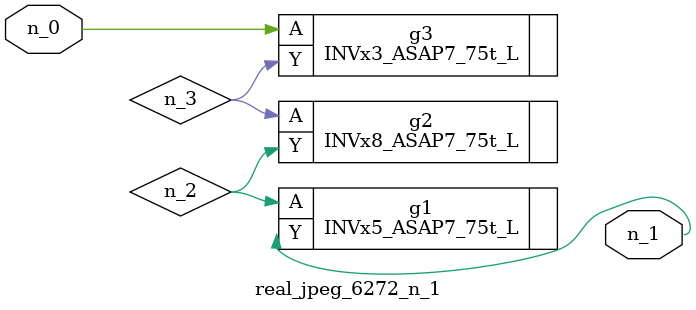
<source format=v>
module real_jpeg_6272_n_1 (n_0, n_1);

input n_0;

output n_1;

wire n_3;
wire n_2;

INVx3_ASAP7_75t_L g3 ( 
.A(n_0),
.Y(n_3)
);

INVx5_ASAP7_75t_L g1 ( 
.A(n_2),
.Y(n_1)
);

INVx8_ASAP7_75t_L g2 ( 
.A(n_3),
.Y(n_2)
);


endmodule
</source>
